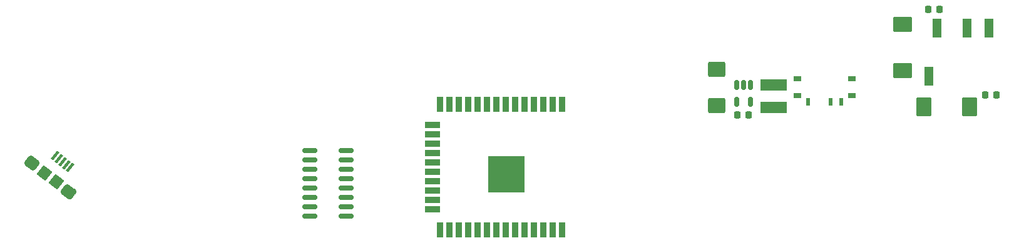
<source format=gbr>
%TF.GenerationSoftware,KiCad,Pcbnew,(6.0.5)*%
%TF.CreationDate,2023-09-14T14:32:31-07:00*%
%TF.ProjectId,Monkeys,4d6f6e6b-6579-4732-9e6b-696361645f70,3.7*%
%TF.SameCoordinates,Original*%
%TF.FileFunction,Paste,Bot*%
%TF.FilePolarity,Positive*%
%FSLAX46Y46*%
G04 Gerber Fmt 4.6, Leading zero omitted, Abs format (unit mm)*
G04 Created by KiCad (PCBNEW (6.0.5)) date 2023-09-14 14:32:31*
%MOMM*%
%LPD*%
G01*
G04 APERTURE LIST*
G04 Aperture macros list*
%AMRoundRect*
0 Rectangle with rounded corners*
0 $1 Rounding radius*
0 $2 $3 $4 $5 $6 $7 $8 $9 X,Y pos of 4 corners*
0 Add a 4 corners polygon primitive as box body*
4,1,4,$2,$3,$4,$5,$6,$7,$8,$9,$2,$3,0*
0 Add four circle primitives for the rounded corners*
1,1,$1+$1,$2,$3*
1,1,$1+$1,$4,$5*
1,1,$1+$1,$6,$7*
1,1,$1+$1,$8,$9*
0 Add four rect primitives between the rounded corners*
20,1,$1+$1,$2,$3,$4,$5,0*
20,1,$1+$1,$4,$5,$6,$7,0*
20,1,$1+$1,$6,$7,$8,$9,0*
20,1,$1+$1,$8,$9,$2,$3,0*%
%AMRotRect*
0 Rectangle, with rotation*
0 The origin of the aperture is its center*
0 $1 length*
0 $2 width*
0 $3 Rotation angle, in degrees counterclockwise*
0 Add horizontal line*
21,1,$1,$2,0,0,$3*%
G04 Aperture macros list end*
%ADD10C,0.000100*%
%ADD11RoundRect,0.250000X-0.925000X0.787500X-0.925000X-0.787500X0.925000X-0.787500X0.925000X0.787500X0*%
%ADD12R,0.900000X2.000000*%
%ADD13R,2.000000X0.900000*%
%ADD14R,5.000000X5.000000*%
%ADD15RoundRect,0.150000X-0.150000X0.512500X-0.150000X-0.512500X0.150000X-0.512500X0.150000X0.512500X0*%
%ADD16RotRect,0.400000X1.350000X142.000000*%
%ADD17RoundRect,0.400000X0.147741X-0.623035X0.640270X0.007374X-0.147741X0.623035X-0.640270X-0.007374X0*%
%ADD18RotRect,1.500000X1.550000X142.000000*%
%ADD19RoundRect,0.250000X1.025000X-0.787500X1.025000X0.787500X-1.025000X0.787500X-1.025000X-0.787500X0*%
%ADD20RoundRect,0.150000X-0.825000X-0.150000X0.825000X-0.150000X0.825000X0.150000X-0.825000X0.150000X0*%
%ADD21RoundRect,0.225000X0.225000X0.250000X-0.225000X0.250000X-0.225000X-0.250000X0.225000X-0.250000X0*%
%ADD22R,0.600000X1.000000*%
%ADD23R,1.000000X0.700000*%
%ADD24R,3.600000X1.500000*%
%ADD25RoundRect,0.225000X-0.225000X-0.250000X0.225000X-0.250000X0.225000X0.250000X-0.225000X0.250000X0*%
%ADD26RoundRect,0.250000X-0.787500X-1.025000X0.787500X-1.025000X0.787500X1.025000X-0.787500X1.025000X0*%
%ADD27R,1.200000X2.500000*%
G04 APERTURE END LIST*
D10*
%TO.C,J5*%
X94599838Y-92834830D02*
X94495176Y-92968792D01*
X88135644Y-89738736D02*
X88240306Y-89604774D01*
G36*
X94622789Y-92847685D02*
G01*
X94642046Y-92865268D01*
X94660687Y-92883639D01*
X94678097Y-92903587D01*
X94694103Y-92923706D01*
X94710282Y-92945230D01*
X94723653Y-92967098D01*
X94736409Y-92989754D01*
X94748549Y-93013198D01*
X94758670Y-93037602D01*
X94767387Y-93062179D01*
X94776104Y-93086755D01*
X94782801Y-93112292D01*
X94788095Y-93138002D01*
X94791986Y-93163884D01*
X94794472Y-93189938D01*
X94795555Y-93216164D01*
X94795234Y-93242563D01*
X94792722Y-93268518D01*
X94790210Y-93294474D01*
X94786293Y-93320602D01*
X94780186Y-93346286D01*
X94773290Y-93371355D01*
X94765606Y-93395808D01*
X94755115Y-93420606D01*
X94744452Y-93444001D01*
X94732384Y-93467567D01*
X94718741Y-93489902D01*
X94704310Y-93511622D01*
X94689091Y-93532726D01*
X94350477Y-93966132D01*
X94333682Y-93986004D01*
X94316099Y-94005261D01*
X94297727Y-94023903D01*
X94277780Y-94041313D01*
X94257661Y-94057319D01*
X94236137Y-94073498D01*
X94214269Y-94086869D01*
X94191613Y-94099625D01*
X94168169Y-94111765D01*
X94143765Y-94121885D01*
X94119188Y-94130602D01*
X94094612Y-94139319D01*
X94069075Y-94146017D01*
X94043365Y-94151311D01*
X94017483Y-94155201D01*
X93991429Y-94157688D01*
X93965203Y-94158771D01*
X93938804Y-94158450D01*
X93912848Y-94155938D01*
X93886893Y-94153425D01*
X93860765Y-94149509D01*
X93835081Y-94143401D01*
X93810012Y-94136506D01*
X93785559Y-94128822D01*
X93760761Y-94118331D01*
X93737366Y-94107667D01*
X93713800Y-94095600D01*
X93691465Y-94081957D01*
X93669745Y-94067526D01*
X93648641Y-94052306D01*
X93771773Y-93894704D01*
X93782017Y-93902708D01*
X93792877Y-93909924D01*
X93804353Y-93916351D01*
X93815828Y-93922779D01*
X93828535Y-93927630D01*
X93839838Y-93932654D01*
X93853161Y-93936718D01*
X93865695Y-93940166D01*
X93877441Y-93942998D01*
X93890591Y-93945658D01*
X93903569Y-93946914D01*
X93917163Y-93947382D01*
X93929968Y-93947235D01*
X93942773Y-93947087D01*
X93956194Y-93946152D01*
X93969443Y-93943812D01*
X93981904Y-93940858D01*
X93994365Y-93937903D01*
X94007441Y-93934160D01*
X94019729Y-93929802D01*
X94031845Y-93924039D01*
X94042558Y-93918450D01*
X94053886Y-93912072D01*
X94065829Y-93904906D01*
X94075581Y-93897297D01*
X94086737Y-93889515D01*
X94096317Y-93880502D01*
X94105896Y-93871490D01*
X94114688Y-93861861D01*
X94122691Y-93851617D01*
X94522871Y-93339410D01*
X94530875Y-93329166D01*
X94538090Y-93318306D01*
X94544518Y-93306831D01*
X94550946Y-93295355D01*
X94555797Y-93282648D01*
X94560821Y-93271345D01*
X94564885Y-93258023D01*
X94568333Y-93245488D01*
X94571165Y-93233742D01*
X94573825Y-93220592D01*
X94575081Y-93207614D01*
X94575549Y-93194021D01*
X94575402Y-93181215D01*
X94575254Y-93168410D01*
X94574319Y-93154989D01*
X94571979Y-93141740D01*
X94569025Y-93129279D01*
X94566070Y-93116819D01*
X94562327Y-93103742D01*
X94557969Y-93091454D01*
X94552206Y-93079338D01*
X94546617Y-93068626D01*
X94540239Y-93057298D01*
X94533073Y-93045354D01*
X94525464Y-93035602D01*
X94517682Y-93024446D01*
X94508669Y-93014867D01*
X94499657Y-93005287D01*
X94490028Y-92996496D01*
X94479784Y-92988492D01*
X94602916Y-92830890D01*
X94622789Y-92847685D01*
G37*
X94622789Y-92847685D02*
X94642046Y-92865268D01*
X94660687Y-92883639D01*
X94678097Y-92903587D01*
X94694103Y-92923706D01*
X94710282Y-92945230D01*
X94723653Y-92967098D01*
X94736409Y-92989754D01*
X94748549Y-93013198D01*
X94758670Y-93037602D01*
X94767387Y-93062179D01*
X94776104Y-93086755D01*
X94782801Y-93112292D01*
X94788095Y-93138002D01*
X94791986Y-93163884D01*
X94794472Y-93189938D01*
X94795555Y-93216164D01*
X94795234Y-93242563D01*
X94792722Y-93268518D01*
X94790210Y-93294474D01*
X94786293Y-93320602D01*
X94780186Y-93346286D01*
X94773290Y-93371355D01*
X94765606Y-93395808D01*
X94755115Y-93420606D01*
X94744452Y-93444001D01*
X94732384Y-93467567D01*
X94718741Y-93489902D01*
X94704310Y-93511622D01*
X94689091Y-93532726D01*
X94350477Y-93966132D01*
X94333682Y-93986004D01*
X94316099Y-94005261D01*
X94297727Y-94023903D01*
X94277780Y-94041313D01*
X94257661Y-94057319D01*
X94236137Y-94073498D01*
X94214269Y-94086869D01*
X94191613Y-94099625D01*
X94168169Y-94111765D01*
X94143765Y-94121885D01*
X94119188Y-94130602D01*
X94094612Y-94139319D01*
X94069075Y-94146017D01*
X94043365Y-94151311D01*
X94017483Y-94155201D01*
X93991429Y-94157688D01*
X93965203Y-94158771D01*
X93938804Y-94158450D01*
X93912848Y-94155938D01*
X93886893Y-94153425D01*
X93860765Y-94149509D01*
X93835081Y-94143401D01*
X93810012Y-94136506D01*
X93785559Y-94128822D01*
X93760761Y-94118331D01*
X93737366Y-94107667D01*
X93713800Y-94095600D01*
X93691465Y-94081957D01*
X93669745Y-94067526D01*
X93648641Y-94052306D01*
X93771773Y-93894704D01*
X93782017Y-93902708D01*
X93792877Y-93909924D01*
X93804353Y-93916351D01*
X93815828Y-93922779D01*
X93828535Y-93927630D01*
X93839838Y-93932654D01*
X93853161Y-93936718D01*
X93865695Y-93940166D01*
X93877441Y-93942998D01*
X93890591Y-93945658D01*
X93903569Y-93946914D01*
X93917163Y-93947382D01*
X93929968Y-93947235D01*
X93942773Y-93947087D01*
X93956194Y-93946152D01*
X93969443Y-93943812D01*
X93981904Y-93940858D01*
X93994365Y-93937903D01*
X94007441Y-93934160D01*
X94019729Y-93929802D01*
X94031845Y-93924039D01*
X94042558Y-93918450D01*
X94053886Y-93912072D01*
X94065829Y-93904906D01*
X94075581Y-93897297D01*
X94086737Y-93889515D01*
X94096317Y-93880502D01*
X94105896Y-93871490D01*
X94114688Y-93861861D01*
X94122691Y-93851617D01*
X94522871Y-93339410D01*
X94530875Y-93329166D01*
X94538090Y-93318306D01*
X94544518Y-93306831D01*
X94550946Y-93295355D01*
X94555797Y-93282648D01*
X94560821Y-93271345D01*
X94564885Y-93258023D01*
X94568333Y-93245488D01*
X94571165Y-93233742D01*
X94573825Y-93220592D01*
X94575081Y-93207614D01*
X94575549Y-93194021D01*
X94575402Y-93181215D01*
X94575254Y-93168410D01*
X94574319Y-93154989D01*
X94571979Y-93141740D01*
X94569025Y-93129279D01*
X94566070Y-93116819D01*
X94562327Y-93103742D01*
X94557969Y-93091454D01*
X94552206Y-93079338D01*
X94546617Y-93068626D01*
X94540239Y-93057298D01*
X94533073Y-93045354D01*
X94525464Y-93035602D01*
X94517682Y-93024446D01*
X94508669Y-93014867D01*
X94499657Y-93005287D01*
X94490028Y-92996496D01*
X94479784Y-92988492D01*
X94602916Y-92830890D01*
X94622789Y-92847685D01*
G36*
X88796678Y-88415116D02*
G01*
X88822634Y-88417628D01*
X88848589Y-88420141D01*
X88874717Y-88424057D01*
X88900401Y-88430165D01*
X88925470Y-88437060D01*
X88949923Y-88444744D01*
X88974721Y-88455235D01*
X88998116Y-88465899D01*
X89021682Y-88477966D01*
X89044017Y-88491609D01*
X89065737Y-88506040D01*
X89086841Y-88521260D01*
X88963709Y-88678862D01*
X88953465Y-88670858D01*
X88942605Y-88663642D01*
X88931129Y-88657215D01*
X88919654Y-88650787D01*
X88906947Y-88645936D01*
X88895644Y-88640912D01*
X88882321Y-88636848D01*
X88869787Y-88633400D01*
X88858041Y-88630568D01*
X88844891Y-88627908D01*
X88831913Y-88626652D01*
X88818319Y-88626184D01*
X88805514Y-88626331D01*
X88792709Y-88626479D01*
X88779288Y-88627414D01*
X88766039Y-88629754D01*
X88753578Y-88632708D01*
X88741117Y-88635663D01*
X88728041Y-88639406D01*
X88715753Y-88643764D01*
X88703637Y-88649527D01*
X88692924Y-88655116D01*
X88681596Y-88661494D01*
X88669653Y-88668660D01*
X88659901Y-88676269D01*
X88648745Y-88684051D01*
X88639165Y-88693064D01*
X88629586Y-88702076D01*
X88620794Y-88711705D01*
X88612791Y-88721949D01*
X88212611Y-89234156D01*
X88204607Y-89244400D01*
X88197392Y-89255260D01*
X88190964Y-89266735D01*
X88184536Y-89278211D01*
X88179685Y-89290918D01*
X88174661Y-89302221D01*
X88170597Y-89315543D01*
X88167149Y-89328078D01*
X88164317Y-89339824D01*
X88161657Y-89352974D01*
X88160401Y-89365952D01*
X88159933Y-89379545D01*
X88160080Y-89392351D01*
X88160228Y-89405156D01*
X88161163Y-89418577D01*
X88163503Y-89431826D01*
X88166457Y-89444287D01*
X88169412Y-89456747D01*
X88173155Y-89469824D01*
X88177513Y-89482112D01*
X88183276Y-89494228D01*
X88188865Y-89504940D01*
X88195243Y-89516268D01*
X88202409Y-89528212D01*
X88210018Y-89537964D01*
X88217800Y-89549120D01*
X88226813Y-89558699D01*
X88235825Y-89568279D01*
X88245454Y-89577070D01*
X88255698Y-89585074D01*
X88132566Y-89742676D01*
X88112693Y-89725881D01*
X88093436Y-89708298D01*
X88074795Y-89689927D01*
X88057385Y-89669979D01*
X88041379Y-89649860D01*
X88025200Y-89628336D01*
X88011829Y-89606468D01*
X87999073Y-89583812D01*
X87986933Y-89560368D01*
X87976812Y-89535964D01*
X87968095Y-89511387D01*
X87959378Y-89486811D01*
X87952681Y-89461274D01*
X87947387Y-89435564D01*
X87943496Y-89409682D01*
X87941010Y-89383628D01*
X87939927Y-89357402D01*
X87940248Y-89331003D01*
X87942760Y-89305048D01*
X87945272Y-89279092D01*
X87949189Y-89252964D01*
X87955296Y-89227280D01*
X87962192Y-89202211D01*
X87969876Y-89177758D01*
X87980367Y-89152960D01*
X87991030Y-89129565D01*
X88003098Y-89105999D01*
X88016741Y-89083664D01*
X88031172Y-89061944D01*
X88046391Y-89040840D01*
X88385005Y-88607434D01*
X88401800Y-88587562D01*
X88419383Y-88568305D01*
X88437755Y-88549663D01*
X88457702Y-88532253D01*
X88477821Y-88516247D01*
X88499345Y-88500068D01*
X88521213Y-88486697D01*
X88543869Y-88473941D01*
X88567313Y-88461801D01*
X88591717Y-88451681D01*
X88616294Y-88442964D01*
X88640870Y-88434247D01*
X88666407Y-88427549D01*
X88692117Y-88422255D01*
X88717999Y-88418365D01*
X88744053Y-88415878D01*
X88770279Y-88414795D01*
X88796678Y-88415116D01*
G37*
X88796678Y-88415116D02*
X88822634Y-88417628D01*
X88848589Y-88420141D01*
X88874717Y-88424057D01*
X88900401Y-88430165D01*
X88925470Y-88437060D01*
X88949923Y-88444744D01*
X88974721Y-88455235D01*
X88998116Y-88465899D01*
X89021682Y-88477966D01*
X89044017Y-88491609D01*
X89065737Y-88506040D01*
X89086841Y-88521260D01*
X88963709Y-88678862D01*
X88953465Y-88670858D01*
X88942605Y-88663642D01*
X88931129Y-88657215D01*
X88919654Y-88650787D01*
X88906947Y-88645936D01*
X88895644Y-88640912D01*
X88882321Y-88636848D01*
X88869787Y-88633400D01*
X88858041Y-88630568D01*
X88844891Y-88627908D01*
X88831913Y-88626652D01*
X88818319Y-88626184D01*
X88805514Y-88626331D01*
X88792709Y-88626479D01*
X88779288Y-88627414D01*
X88766039Y-88629754D01*
X88753578Y-88632708D01*
X88741117Y-88635663D01*
X88728041Y-88639406D01*
X88715753Y-88643764D01*
X88703637Y-88649527D01*
X88692924Y-88655116D01*
X88681596Y-88661494D01*
X88669653Y-88668660D01*
X88659901Y-88676269D01*
X88648745Y-88684051D01*
X88639165Y-88693064D01*
X88629586Y-88702076D01*
X88620794Y-88711705D01*
X88612791Y-88721949D01*
X88212611Y-89234156D01*
X88204607Y-89244400D01*
X88197392Y-89255260D01*
X88190964Y-89266735D01*
X88184536Y-89278211D01*
X88179685Y-89290918D01*
X88174661Y-89302221D01*
X88170597Y-89315543D01*
X88167149Y-89328078D01*
X88164317Y-89339824D01*
X88161657Y-89352974D01*
X88160401Y-89365952D01*
X88159933Y-89379545D01*
X88160080Y-89392351D01*
X88160228Y-89405156D01*
X88161163Y-89418577D01*
X88163503Y-89431826D01*
X88166457Y-89444287D01*
X88169412Y-89456747D01*
X88173155Y-89469824D01*
X88177513Y-89482112D01*
X88183276Y-89494228D01*
X88188865Y-89504940D01*
X88195243Y-89516268D01*
X88202409Y-89528212D01*
X88210018Y-89537964D01*
X88217800Y-89549120D01*
X88226813Y-89558699D01*
X88235825Y-89568279D01*
X88245454Y-89577070D01*
X88255698Y-89585074D01*
X88132566Y-89742676D01*
X88112693Y-89725881D01*
X88093436Y-89708298D01*
X88074795Y-89689927D01*
X88057385Y-89669979D01*
X88041379Y-89649860D01*
X88025200Y-89628336D01*
X88011829Y-89606468D01*
X87999073Y-89583812D01*
X87986933Y-89560368D01*
X87976812Y-89535964D01*
X87968095Y-89511387D01*
X87959378Y-89486811D01*
X87952681Y-89461274D01*
X87947387Y-89435564D01*
X87943496Y-89409682D01*
X87941010Y-89383628D01*
X87939927Y-89357402D01*
X87940248Y-89331003D01*
X87942760Y-89305048D01*
X87945272Y-89279092D01*
X87949189Y-89252964D01*
X87955296Y-89227280D01*
X87962192Y-89202211D01*
X87969876Y-89177758D01*
X87980367Y-89152960D01*
X87991030Y-89129565D01*
X88003098Y-89105999D01*
X88016741Y-89083664D01*
X88031172Y-89061944D01*
X88046391Y-89040840D01*
X88385005Y-88607434D01*
X88401800Y-88587562D01*
X88419383Y-88568305D01*
X88437755Y-88549663D01*
X88457702Y-88532253D01*
X88477821Y-88516247D01*
X88499345Y-88500068D01*
X88521213Y-88486697D01*
X88543869Y-88473941D01*
X88567313Y-88461801D01*
X88591717Y-88451681D01*
X88616294Y-88442964D01*
X88640870Y-88434247D01*
X88666407Y-88427549D01*
X88692117Y-88422255D01*
X88717999Y-88418365D01*
X88744053Y-88415878D01*
X88770279Y-88414795D01*
X88796678Y-88415116D01*
%TD*%
D11*
%TO.C,C11*%
X181530000Y-76610000D03*
X181530000Y-81535000D03*
%TD*%
D12*
%TO.C,U6*%
X160575000Y-98400000D03*
X159305000Y-98400000D03*
X158035000Y-98400000D03*
X156765000Y-98400000D03*
X155495000Y-98400000D03*
X154225000Y-98400000D03*
X152955000Y-98400000D03*
X151685000Y-98400000D03*
X150415000Y-98400000D03*
X149145000Y-98400000D03*
X147875000Y-98400000D03*
X146605000Y-98400000D03*
X145335000Y-98400000D03*
X144065000Y-98400000D03*
D13*
X143065000Y-95615000D03*
X143065000Y-94345000D03*
X143065000Y-93075000D03*
X143065000Y-91805000D03*
X143065000Y-90535000D03*
X143065000Y-89265000D03*
X143065000Y-87995000D03*
X143065000Y-86725000D03*
X143065000Y-85455000D03*
X143065000Y-84185000D03*
D12*
X144065000Y-81400000D03*
X145335000Y-81400000D03*
X146605000Y-81400000D03*
X147875000Y-81400000D03*
X149145000Y-81400000D03*
X150415000Y-81400000D03*
X151685000Y-81400000D03*
X152955000Y-81400000D03*
X154225000Y-81400000D03*
X155495000Y-81400000D03*
X156765000Y-81400000D03*
X158035000Y-81400000D03*
X159305000Y-81400000D03*
X160575000Y-81400000D03*
D14*
X153075000Y-90900000D03*
%TD*%
D15*
%TO.C,U7*%
X184210000Y-78740000D03*
X185160000Y-78740000D03*
X186110000Y-78740000D03*
X186110000Y-81015000D03*
X184210000Y-81015000D03*
%TD*%
D16*
%TO.C,J5*%
X94054441Y-89959514D03*
X93542234Y-89559334D03*
X93030027Y-89159154D03*
X92517820Y-88758974D03*
X92005613Y-88358794D03*
D17*
X93820424Y-93203029D03*
D18*
X92155752Y-91902444D03*
X90579730Y-90671122D03*
D17*
X88915058Y-89370537D03*
%TD*%
D19*
%TO.C,C13*%
X206680000Y-76805000D03*
X206680000Y-70580000D03*
%TD*%
D20*
%TO.C,U3*%
X126460000Y-96510000D03*
X126460000Y-95240000D03*
X126460000Y-93970000D03*
X126460000Y-92700000D03*
X126460000Y-91430000D03*
X126460000Y-90160000D03*
X126460000Y-88890000D03*
X126460000Y-87620000D03*
X131410000Y-87620000D03*
X131410000Y-88890000D03*
X131410000Y-90160000D03*
X131410000Y-91430000D03*
X131410000Y-92700000D03*
X131410000Y-93970000D03*
X131410000Y-95240000D03*
X131410000Y-96510000D03*
%TD*%
D21*
%TO.C,FB4*%
X211670000Y-68530000D03*
X210120000Y-68530000D03*
%TD*%
D22*
%TO.C,SW7*%
X193920000Y-81070000D03*
X196920000Y-81070000D03*
X198370000Y-81070000D03*
D23*
X199820000Y-80220000D03*
X192420000Y-80220000D03*
X192420000Y-77920000D03*
X199820000Y-77920000D03*
%TD*%
D24*
%TO.C,L4*%
X189260000Y-78750000D03*
X189260000Y-81800000D03*
%TD*%
D25*
%TO.C,FB3*%
X217835000Y-80100000D03*
X219385000Y-80100000D03*
%TD*%
%TO.C,C10*%
X184290000Y-82800000D03*
X185840000Y-82800000D03*
%TD*%
D26*
%TO.C,C16*%
X209525000Y-81750000D03*
X215750000Y-81750000D03*
%TD*%
D27*
%TO.C,J4*%
X215355000Y-71050000D03*
X218355000Y-71050000D03*
X210255000Y-77550000D03*
X211355000Y-71050000D03*
%TD*%
M02*

</source>
